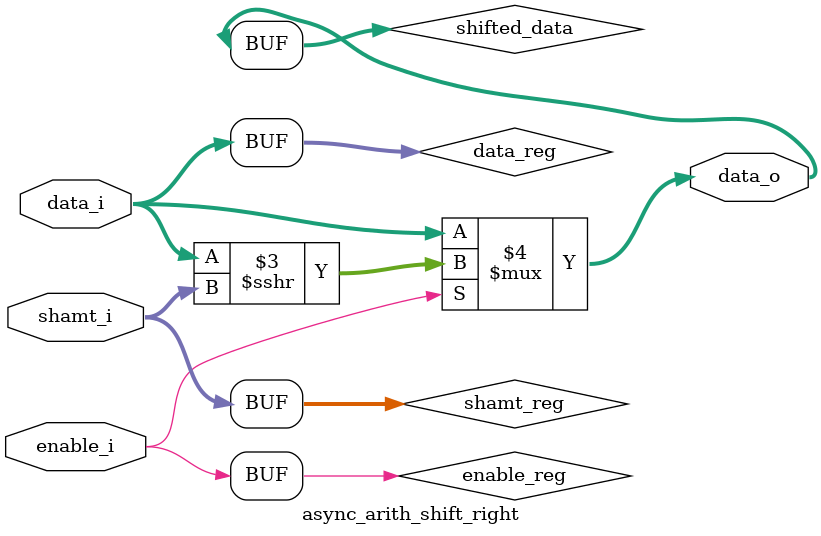
<source format=sv>
module async_arith_shift_right (
    input      [15:0] data_i,
    input      [3:0]  shamt_i,
    input             enable_i,
    output reg [15:0] data_o
);

    // Pipeline stage 1: Input register and enable control
    reg [15:0] data_reg;
    reg [3:0]  shamt_reg;
    reg        enable_reg;
    
    // Pipeline stage 2: Shift operation
    reg [15:0] shifted_data;
    
    // Stage 1: Input registration
    always @(*) begin
        data_reg   = data_i;
        shamt_reg  = shamt_i;
        enable_reg = enable_i;
    end
    
    // Stage 2: Shift operation with sign extension
    always @(*) begin
        shifted_data = enable_reg ? ($signed(data_reg) >>> shamt_reg) : data_reg;
    end
    
    // Stage 3: Output registration
    always @(*) begin
        data_o = shifted_data;
    end

endmodule
</source>
